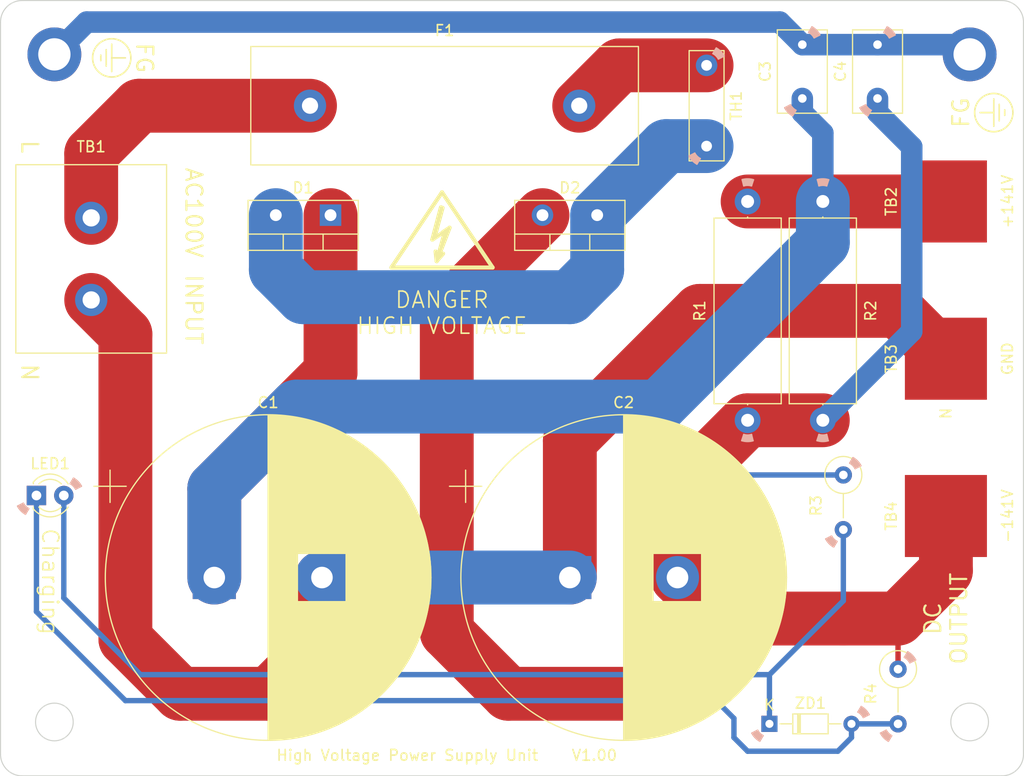
<source format=kicad_pcb>
(kicad_pcb (version 20211014) (generator pcbnew)
  (layers (0 "F.Cu" signal) (31 "B.Cu" signal) (34 "B.Paste" user) (35 "F.Paste" user) (36 "B.SilkS" user "B.Silkscreen") (37 "F.SilkS" user "F.Silkscreen") (38 "B.Mask" user) (39 "F.Mask" user) (44 "Edge.Cuts" user))
  (net 0 "")
  (net 1 "Net-(C1-Pad1)")
  (net 2 "Net-(C2-Pad2)")
  (net 3 "Net-(F1-Pad2)")
  (net 4 "GND")
  (net 5 "Net-(LED1-Pad1)")
  (net 6 "AC")
  (net 7 "Net-(D1-Pad2)")
  (net 8 "Net-(LED1-Pad2)")
  (net 9 "Earth")
  (footprint "Resistor_THT:R_Axial_DIN0309_L9.0mm_D3.2mm_P5.08mm_Vertical" (layer "F.Cu") (at 128.27 99.06 -90)
    (fp_text reference "R3" (at 2.85 2.54 -90) (layer "F.SilkS"))
    (fp_text value "1W 100k")
    (pad "1" thru_hole circle (at 0 0 270) (size 1.6 1.6) (drill 0.8) (layers *.Cu *.Mask) (net 1 "Net-(C1-Pad1)"))
    (pad "2" thru_hole oval (at 5.08 0 270) (size 1.6 1.6) (drill 0.8) (layers *.Cu *.Mask) (net 8 "Net-(LED1-Pad2)"))
  )
  (footprint "Symbol:Bending_Marker" (layer "F.Cu") (at 55.88 100.965)
    (fp_text reference "REF**" hide)
    (fp_text value "Bending-Marker" hide)
  )
  (footprint "Capacitor_THT:CP_Radial_D30.0mm_P10.00mm_SnapIn" (layer "F.Cu") (at 102.87 108.585)
    (fp_text reference "C2" (at 5 -16.25) (layer "F.SilkS"))
    (fp_text value "400V 470u")
    (pad "1" thru_hole rect (at 0 0) (size 4 4) (drill 2) (layers *.Cu *.Mask) (net 4 "GND"))
    (pad "2" thru_hole circle (at 10 0) (size 4 4) (drill 2) (layers *.Cu *.Mask) (net 2 "Net-(C2-Pad2)"))
  )
  (footprint "Fuse:F-200-N" (layer "F.Cu") (at 91.24 64.77)
    (fp_text reference "F1" (at 0 -6.985 unlocked) (layer "F.SilkS"))
    (fp_text value "1A")
    (pad "1" thru_hole circle (at -12.5 0) (size 3 3) (drill 1.5) (layers *.Cu *.Mask) (net 6 "AC"))
    (pad "2" thru_hole circle (at 12.5 0) (size 3 3) (drill 1.5) (layers *.Cu *.Mask) (net 3 "Net-(F1-Pad2)"))
  )
  (footprint "Symbol:Bending_Marker" (layer "F.Cu") (at 124.46 59.055)
    (fp_text reference "REF**" hide)
    (fp_text value "Bending-Marker" hide)
  )
  (footprint "Resistor_THT:R_Axial_DIN0617_L17.0mm_D6.0mm_P20.32mm_Horizontal" (layer "F.Cu") (at 119.38 73.66 -90)
    (fp_text reference "R1" (at 10.16 4.445 90) (layer "F.SilkS"))
    (fp_text value "3W 68k")
    (pad "1" thru_hole circle (at 0 0 270) (size 2.4 2.4) (drill 1.2) (layers *.Cu *.Mask) (net 1 "Net-(C1-Pad1)"))
    (pad "2" thru_hole oval (at 20.32 0 270) (size 2.4 2.4) (drill 1.2) (layers *.Cu *.Mask) (net 2 "Net-(C2-Pad2)"))
  )
  (footprint "" (layer "F.Cu") (at 140 60)
    (fp_text reference "" hide)
    (fp_text value "" hide)
    (pad "1" thru_hole circle (at 0 0) (size 5 5) (drill 3) (layers *.Cu *.Mask) (net 9 "Earth"))
  )
  (footprint "Symbol:Bending_Marker" (layer "F.Cu") (at 53.213 101.092 180)
    (fp_text reference "REF**" hide)
    (fp_text value "Bending-Marker" hide)
  )
  (footprint "Capacitor_THT:C_Rect_L10.0mm_W3.0mm_P7.50mm_MKS4" (layer "F.Cu") (at 115.57 61.02 -90)
    (fp_text reference "TH1" (at 3.75 -2.75 90) (layer "F.SilkS"))
    (fp_text value "Thermistor_NTC")
    (pad "1" thru_hole circle (at 0 0 270) (size 2 2) (drill 1) (layers *.Cu *.Mask) (net 3 "Net-(F1-Pad2)"))
    (pad "2" thru_hole circle (at 7.5 0 270) (size 2 2) (drill 1) (layers *.Cu *.Mask) (net 7 "Net-(D1-Pad2)"))
  )
  (footprint "Capacitor_THT:CP_Radial_D30.0mm_P10.00mm_SnapIn" (layer "F.Cu") (at 69.85 108.585)
    (fp_text reference "C1" (at 5 -16.25) (layer "F.SilkS"))
    (fp_text value "400V 470u")
    (pad "1" thru_hole rect (at 0 0) (size 4 4) (drill 2) (layers *.Cu *.Mask) (net 1 "Net-(C1-Pad1)"))
    (pad "2" thru_hole circle (at 10 0) (size 4 4) (drill 2) (layers *.Cu *.Mask) (net 4 "GND"))
  )
  (footprint "Package_TO_SOT_THT:TO-220-2_Vertical" (layer "F.Cu") (at 80.645 74.93 180)
    (fp_text reference "D1" (at 2.54 2.54) (layer "F.SilkS"))
    (fp_text value "D")
    (pad "1" thru_hole rect (at 0 0 180) (size 2 2) (drill 1.1) (layers *.Cu *.Mask) (net 1 "Net-(C1-Pad1)"))
    (pad "2" thru_hole oval (at 5.08 0 180) (size 2 2) (drill 1.1) (layers *.Cu *.Mask) (net 7 "Net-(D1-Pad2)"))
  )
  (footprint "Symbol:Bending_Marker" (layer "F.Cu") (at 131.445 59.055)
    (fp_text reference "REF**" hide)
    (fp_text value "Bending-Marker" hide)
  )
  (footprint "Symbol:Bending_Marker" (layer "F.Cu") (at 133.35 117.094)
    (fp_text reference "REF**" hide)
    (fp_text value "Bending-Marker" hide)
  )
  (footprint "LED_THT:LED_D3.0mm_Clear" (layer "F.Cu") (at 53.335 100.965)
    (fp_text reference "LED1" (at 1.27 -2.96) (layer "F.SilkS"))
    (fp_text value "LED")
    (pad "1" thru_hole rect (at 0 0) (size 1.8 1.8) (drill 0.9) (layers *.Cu *.Mask) (net 5 "Net-(LED1-Pad1)"))
    (pad "2" thru_hole circle (at 2.54 0) (size 1.8 1.8) (drill 0.9) (layers *.Cu *.Mask) (net 8 "Net-(LED1-Pad2)"))
  )
  (footprint "Symbol:Bending_Marker" (layer "F.Cu") (at 115.57 61.02)
    (fp_text reference "REF**" hide)
    (fp_text value "Bending-Marker" hide)
  )
  (footprint "Resistor_THT:R_Axial_DIN0617_L17.0mm_D6.0mm_P20.32mm_Horizontal" (layer "F.Cu") (at 126.365 73.66 -90)
    (fp_text reference "R2" (at 10.16 -4.445 90) (layer "F.SilkS"))
    (fp_text value "3W 68k")
    (pad "1" thru_hole circle (at 0 0 270) (size 2.4 2.4) (drill 1.2) (layers *.Cu *.Mask) (net 1 "Net-(C1-Pad1)"))
    (pad "2" thru_hole oval (at 20.32 0 270) (size 2.4 2.4) (drill 1.2) (layers *.Cu *.Mask) (net 2 "Net-(C2-Pad2)"))
  )
  (footprint "TerminalBlock:PV-3" (layer "F.Cu") (at 137.795 73.66)
    (fp_text reference "TB2" (at -5.08 0 90 unlocked) (layer "F.SilkS"))
    (fp_text value "PV-3")
    (pad "1" smd rect (at 0 0) (size 7.62 7.62) (layers "F.Cu" "F.Paste" "F.Mask") (net 1 "Net-(C1-Pad1)"))
  )
  (footprint "Symbol:Bending_Marker" (layer "F.Cu") (at 121.407 122.174 180)
    (fp_text reference "REF**" hide)
    (fp_text value "Bending-Marker" hide)
  )
  (footprint "Symbol:Symbol_HighVoltage_Silk" (layer "F.Cu") (at 91 77)
    (fp_text reference "" hide)
    (fp_text value "Symbol_HighVoltage_Silk")
  )
  (footprint "Resistor_THT:R_Axial_DIN0309_L9.0mm_D3.2mm_P5.08mm_Vertical" (layer "F.Cu") (at 133.35 117.094 -90)
    (fp_text reference "R4" (at 2.286 2.54 -90) (layer "F.SilkS"))
    (fp_text value "1W 100k")
    (pad "1" thru_hole circle (at 0 0 270) (size 1.6 1.6) (drill 0.8) (layers *.Cu *.Mask) (net 2 "Net-(C2-Pad2)"))
    (pad "2" thru_hole oval (at 5.08 0 270) (size 1.6 1.6) (drill 0.8) (layers *.Cu *.Mask) (net 5 "Net-(LED1-Pad1)"))
  )
  (footprint "Capacitor_THT:C_Disc_D7.5mm_W4.4mm_P5.00mm" (layer "F.Cu") (at 131.445 64.095 90)
    (fp_text reference "C4" (at 2.5 -3.45 90) (layer "F.SilkS"))
    (fp_text value "300V 0.1u")
    (pad "1" thru_hole circle (at 0 0 90) (size 1.6 1.6) (drill 0.8) (layers *.Cu *.Mask) (net 2 "Net-(C2-Pad2)"))
    (pad "2" thru_hole circle (at 5 0 90) (size 1.6 1.6) (drill 0.8) (layers *.Cu *.Mask) (net 9 "Earth"))
  )
  (footprint "Symbol:Bending_Marker" (layer "F.Cu") (at 119.38 73.406 45)
    (fp_text reference "REF**" hide)
    (fp_text value "Bending-Marker" hide)
  )
  (footprint "Symbol:Bending_Marker" (layer "F.Cu") (at 133.35 122.174 180)
    (fp_text reference "REF**" hide)
    (fp_text value "Bending-Marker" hide)
  )
  (footprint "Symbol:Bending_Marker" (layer "F.Cu") (at 131.445 64.095 180)
    (fp_text reference "REF**" hide)
    (fp_text value "Bending-Marker" hide)
  )
  (footprint "Symbol:Bending_Marker" (layer "F.Cu") (at 129.032 122.174)
    (fp_text reference "REF**" hide)
    (fp_text value "Bending-Marker" hide)
  )
  (footprint "Symbol:Bending_Marker" (layer "F.Cu") (at 126.365 73.406 45)
    (fp_text reference "REF**" hide)
    (fp_text value "Bending-Marker" hide)
  )
  (footprint "Symbol:Bending_Marker" (layer "F.Cu") (at 124.46 64.095 180)
    (fp_text reference "REF**" hide)
    (fp_text value "Bending-Marker" hide)
  )
  (footprint "Symbol:Bending_Marker" (layer "F.Cu") (at 128.27 104.14 180)
    (fp_text reference "REF**" hide)
    (fp_text value "Bending-Marker" hide)
  )
  (footprint "Symbol:Bending_Marker" (layer "F.Cu") (at 115.57 68.58 180)
    (fp_text reference "REF**" hide)
    (fp_text value "Bending-Marker" hide)
  )
  (footprint "Symbol:Bending_Marker" (layer "F.Cu") (at 126.365 94.107 -135)
    (fp_text reference "REF**" hide)
    (fp_text value "Bending-Marker" hide)
  )
  (footprint "TerminalBlock:PV-3" (layer "F.Cu") (at 137.795 102.87)
    (fp_text reference "TB4" (at -5.08 0 90 unlocked) (layer "F.SilkS"))
    (fp_text value "PV-3")
    (pad "1" smd rect (at 0 0) (size 7.62 7.62) (layers "F.Cu" "F.Paste" "F.Mask") (net 2 "Net-(C2-Pad2)"))
  )
  (footprint "Capacitor_THT:C_Disc_D7.5mm_W4.4mm_P5.00mm" (layer "F.Cu") (at 124.46 64.095 90)
    (fp_text reference "C3" (at 2.5 -3.45 90) (layer "F.SilkS"))
    (fp_text value "300V 0.1u")
    (pad "1" thru_hole circle (at 0 0 90) (size 1.6 1.6) (drill 0.8) (layers *.Cu *.Mask) (net 1 "Net-(C1-Pad1)"))
    (pad "2" thru_hole circle (at 5 0 90) (size 1.6 1.6) (drill 0.8) (layers *.Cu *.Mask) (net 9 "Earth"))
  )
  (footprint "TerminalBlock:PV-3" (layer "F.Cu") (at 137.795 88.265)
    (fp_text reference "TB3" (at -5.08 0 90 unlocked) (layer "F.SilkS"))
    (fp_text value "PV-3")
    (pad "1" smd rect (at 0 0) (size 7.62 7.62) (layers "F.Cu" "F.Paste" "F.Mask") (net 4 "GND"))
  )
  (footprint "Package_TO_SOT_THT:TO-220-2_Vertical" (layer "F.Cu") (at 105.41 74.93 180)
    (fp_text reference "D2" (at 2.54 2.54) (layer "F.SilkS"))
    (fp_text value "D")
    (pad "1" thru_hole rect (at 0 0 180) (size 2 2) (drill 1.1) (layers *.Cu *.Mask) (net 7 "Net-(D1-Pad2)"))
    (pad "2" thru_hole oval (at 5.08 0 180) (size 2 2) (drill 1.1) (layers *.Cu *.Mask) (net 2 "Net-(C2-Pad2)"))
  )
  (footprint "Symbol:Bending_Marker" (layer "F.Cu") (at 128.27 99.06)
    (fp_text reference "REF**" hide)
    (fp_text value "Bending-Marker" hide)
  )
  (footprint "" (layer "F.Cu") (at 55 60)
    (fp_text reference "" hide)
    (fp_text value "" hide)
    (pad "1" thru_hole circle (at 0 0) (size 5 5) (drill 3) (layers F&B.Cu *.Mask) (net 9 "Earth"))
  )
  (footprint "Diode_THT:D_DO-34_SOD68_P7.62mm_Horizontal" (layer "F.Cu") (at 121.407 122.174)
    (fp_text reference "ZD1" (at 3.81 -1.92) (layer "F.SilkS"))
    (fp_text value "D_Zener")
    (fp_text user "K" (at 0 -1.75) (layer "F.SilkS"))
    (pad "1" thru_hole rect (at 0 0) (size 1.5 1.5) (drill 0.75) (layers *.Cu *.Mask) (net 8 "Net-(LED1-Pad2)"))
    (pad "2" thru_hole oval (at 7.62 0) (size 1.5 1.5) (drill 0.75) (layers *.Cu *.Mask) (net 5 "Net-(LED1-Pad1)"))
  )
  (footprint "Symbol:Bending_Marker" (layer "F.Cu") (at 119.38 94.107 -135)
    (fp_text reference "REF**" hide)
    (fp_text value "Bending-Marker" hide)
  )
  (footprint "TerminalBlock:ML-250-S1BYF-2P" (layer "F.Cu") (at 58.42 78.994 -90)
    (fp_text reference "TB1" (at -10.414 0 unlocked) (layer "F.SilkS"))
    (fp_text value "ML-250-S1BYF-2P")
    (pad "1" thru_hole circle (at -3.81 0 270) (size 3 3) (drill 1.6) (layers *.Cu *.Mask) (net 6 "AC"))
    (pad "2" thru_hole circle (at 3.81 0 270) (size 3 3) (drill 1.6) (layers *.Cu *.Mask) (net 4 "GND"))
  )
  (gr_line (start 143.256 65.659) (end 143.256 65.151) (layer "F.SilkS") (width 0.15))
  (gr_circle (center 142.24 65.405) (end 142.24 63.627) (layer "F.SilkS") (width 0.15) (fill none))
  (gr_line (start 142.24 66.675) (end 142.24 64.135) (layer "F.SilkS") (width 0.15))
  (gr_line (start 142.24 65.405) (end 140.97 65.405) (layer "F.SilkS") (width 0.15))
  (gr_line (start 59.309 60.071) (end 59.309 60.579) (layer "F.SilkS") (width 0.15))
  (gr_line (start 59.817 59.563) (end 59.817 61.087) (layer "F.SilkS") (width 0.15))
  (gr_line (start 60.325 60.325) (end 61.595 60.325) (layer "F.SilkS") (width 0.15))
  (gr_line (start 60.325 59.055) (end 60.325 61.595) (layer "F.SilkS") (width 0.15))
  (gr_circle (center 60.325 60.325) (end 60.325 62.103) (layer "F.SilkS") (width 0.15) (fill none))
  (gr_line (start 142.748 66.167) (end 142.748 64.643) (layer "F.SilkS") (width 0.15))
  (gr_circle (center 55 122) (end 55 123.75) (layer "Edge.Cuts") (width 0.1) (fill none))
  (gr_line (start 145 57) (end 145 125) (layer "Edge.Cuts") (width 0.1))
  (gr_line (start 50 125) (end 50 57) (layer "Edge.Cuts") (width 0.1))
  (gr_line (start 52 55) (end 143 55) (layer "Edge.Cuts") (width 0.1))
  (gr_arc (start 143 55) (mid 144.414214 55.585786) (end 145 57) (layer "Edge.Cuts") (width 0.1))
  (gr_arc (start 52 127) (mid 50.585786 126.414214) (end 50 125) (layer "Edge.Cuts") (width 0.1))
  (gr_circle (center 140 122) (end 140 123.75) (layer "Edge.Cuts") (width 0.1) (fill none))
  (gr_arc (start 145 125) (mid 144.414214 126.414214) (end 143 127) (layer "Edge.Cuts") (width 0.1))
  (gr_arc (start 50 57) (mid 50.585786 55.585786) (end 52 55) (layer "Edge.Cuts") (width 0.1))
  (gr_line (start 143 127) (end 52 127) (layer "Edge.Cuts") (width 0.1))
  (gr_text "FG" (at 63.373 60.325 270) (layer "F.SilkS") (effects (font (size 1.5 1.5) (thickness 0.2))))
  (gr_text "AC100V　INPUT" (at 67.945 78.74 270) (layer "F.SilkS") (effects (font (size 1.5 1.5) (thickness 0.2))))
  (gr_text "GND" (at 143.51 88.265 90) (layer "F.SilkS") (effects (font (size 1 1))))
  (gr_text "Charging" (at 54.61 108.966 270) (layer "F.SilkS") (effects (font (size 1.5 1.5))))
  (gr_text "DANGER\nHIGH VOLTAGE" (at 91 84) (layer "F.SilkS") (effects (font (size 1.5 1.5))))
  (gr_text "L" (at 52.705 68.58 270) (layer "F.SilkS") (effects (font (size 1.5 1.5) (thickness 0.2))))
  (gr_text "High Voltage Power Supply Unit　　　V1.00" (at 91.44 125.095) (layer "F.SilkS") (effects (font (size 1 1))))
  (gr_text "-141V" (at 143.51 102.87 90) (layer "F.SilkS") (effects (font (size 1 1))))
  (gr_text "+141V" (at 143.51 73.66 90) (layer "F.SilkS") (effects (font (size 1 1))))
  (gr_text "N" (at 137.795 93.345 90) (layer "F.SilkS") (effects (font (size 1 1))))
  (gr_text "FG" (at 139.192 65.405 90) (layer "F.SilkS") (effects (font (size 1.5 1.5) (thickness 0.2))))
  (gr_text "N" (at 52.705 89.535 270) (layer "F.SilkS") (effects (font (size 1.5 1.5) (thickness 0.2))))
  (gr_text "DC\nOUTPUT" (at 137.795 112.395 90) (layer "F.SilkS") (effects (font (size 1.5 1.5) (thickness 0.2))))
  (segment (start 137.795 73.66) (end 119.38 73.66) (width 5) (layer "F.Cu") (net 1))
  (segment (start 80.645 89.535) (end 69.85 100.33) (width 5) (layer "F.Cu") (net 1))
  (segment (start 69.85 100.33) (end 69.85 108.585) (width 5) (layer "F.Cu") (net 1))
  (segment (start 80.645 74.93) (end 80.645 89.535) (width 5) (layer "F.Cu") (net 1))
  (segment (start 126.365 73.66) (end 126.365 77.47) (width 5) (layer "B.Cu") (net 1))
  (segment (start 126.365 77.47) (end 111.125 92.71) (width 5) (layer "B.Cu") (net 1))
  (segment (start 77.47 92.71) (end 111.125 92.71) (width 5) (layer "B.Cu") (net 1))
  (segment (start 126.365 67.31) (end 124.46 65.405) (width 2) (layer "B.Cu") (net 1))
  (segment (start 124.46 65.405) (end 124.46 64.095) (width 2) (layer "B.Cu") (net 1))
  (segment (start 69.85 100.33) (end 77.47 92.71) (width 5) (layer "B.Cu") (net 1))
  (segment (start 128.27 99.06) (end 117.475 99.06) (width 0.5) (layer "B.Cu") (net 1))
  (segment (start 117.475 99.06) (end 111.125 92.71) (width 0.5) (layer "B.Cu") (net 1))
  (segment (start 69.85 108.585) (end 69.85 100.33) (width 5) (layer "B.Cu") (net 1))
  (segment (start 126.365 73.66) (end 126.365 67.31) (width 2) (layer "B.Cu") (net 1))
  (segment (start 133.35 117.094) (end 133.35 112.395) (width 0.5) (layer "F.Cu") (net 2))
  (segment (start 116.68 112.395) (end 116.84 112.395) (width 5) (layer "F.Cu") (net 2))
  (segment (start 137.795 102.87) (end 137.795 107.95) (width 5) (layer "F.Cu") (net 2))
  (segment (start 112.87 100.49) (end 119.38 93.98) (width 5) (layer "F.Cu") (net 2))
  (segment (start 91.44 113.665) (end 91.44 83.82) (width 5) (layer "F.Cu") (net 2))
  (segment (start 133.35 112.395) (end 128.27 112.395) (width 5) (layer "F.Cu") (net 2))
  (segment (start 109.855 119.38) (end 97.155 119.38) (width 5) (layer "F.Cu") (net 2))
  (segment (start 126.365 93.98) (end 119.38 93.98) (width 5) (layer "F.Cu") (net 2))
  (segment (start 116.84 112.395) (end 109.855 119.38) (width 5) (layer "F.Cu") (net 2))
  (segment (start 112.87 108.585) (end 116.68 112.395) (width 5) (layer "F.Cu") (net 2))
  (segment (start 137.795 107.95) (end 133.35 112.395) (width 5) (layer "F.Cu") (net 2))
  (segment (start 112.87 108.585) (end 112.87 100.49) (width 5) (layer "F.Cu") (net 2))
  (segment (start 91.44 83.82) (end 100.33 74.93) (width 5) (layer "F.Cu") (net 2))
  (segment (start 116.84 112.395) (end 128.27 112.395) (width 5) (layer "F.Cu") (net 2))
  (segment (start 97.155 119.38) (end 91.44 113.665) (width 5) (layer "F.Cu") (net 2))
  (segment (start 131.445 65.405) (end 131.445 64.095) (width 2) (layer "B.Cu") (net 2))
  (segment (start 134.62 68.58) (end 134.62 85.725) (width 2) (layer "B.Cu") (net 2))
  (segment (start 131.445 65.405) (end 134.62 68.58) (width 2) (layer "B.Cu") (net 2))
  (segment (start 134.62 85.725) (end 126.365 93.98) (width 2) (layer "B.Cu") (net 2))
  (segment (start 107.49 61.02) (end 103.74 64.77) (width 5) (layer "F.Cu") (net 3))
  (segment (start 115.57 61.02) (end 107.49 61.02) (width 5) (layer "F.Cu") (net 3))
  (segment (start 114.935 83.82) (end 102.87 95.885) (width 5) (layer "F.Cu") (net 4))
  (segment (start 61.595 114.3) (end 61.595 85.979) (width 5) (layer "F.Cu") (net 4))
  (segment (start 61.595 85.979) (end 58.42 82.804) (width 5) (layer "F.Cu") (net 4))
  (segment (start 74.93 119.38) (end 66.675 119.38) (width 5) (layer "F.Cu") (net 4))
  (segment (start 102.87 95.885) (end 102.87 108.585) (width 5) (layer "F.Cu") (net 4))
  (segment (start 133.35 83.82) (end 114.935 83.82) (width 5) (layer "F.Cu") (net 4))
  (segment (start 137.795 88.265) (end 133.35 83.82) (width 5) (layer "F.Cu") (net 4))
  (segment (start 79.85 114.46) (end 74.93 119.38) (width 5) (layer "F.Cu") (net 4))
  (segment (start 66.675 119.38) (end 61.595 114.3) (width 5) (layer "F.Cu") (net 4))
  (segment (start 79.85 108.585) (end 79.85 114.46) (width 5) (layer "F.Cu") (net 4))
  (segment (start 79.85 108.585) (end 102.87 108.585) (width 5) (layer "B.Cu") (net 4))
  (segment (start 61.595 120.015) (end 116.459 120.015) (width 0.5) (layer "B.Cu") (net 5))
  (segment (start 53.335 111.755) (end 61.595 120.015) (width 0.5) (layer "B.Cu") (net 5))
  (segment (start 53.335 100.965) (end 53.335 111.755) (width 0.5) (layer "B.Cu") (net 5))
  (segment (start 129.027 123.449) (end 129.027 122.174) (width 0.5) (layer "B.Cu") (net 5))
  (segment (start 119.38 124.714) (end 127.762 124.714) (width 0.5) (layer "B.Cu") (net 5))
  (segment (start 129.027 122.174) (end 133.35 122.174) (width 0.5) (layer "B.Cu") (net 5))
  (segment (start 127.762 124.714) (end 129.027 123.449) (width 0.5) (layer "B.Cu") (net 5))
  (segment (start 116.459 120.015) (end 118.11 121.666) (width 0.5) (layer "B.Cu") (net 5))
  (segment (start 118.11 121.666) (end 118.11 123.444) (width 0.5) (layer "B.Cu") (net 5))
  (segment (start 118.11 123.444) (end 119.38 124.714) (width 0.5) (layer "B.Cu") (net 5))
  (segment (start 78.74 64.77) (end 62.865 64.77) (width 5) (layer "F.Cu") (net 6))
  (segment (start 62.865 64.77) (end 58.42 69.215) (width 5) (layer "F.Cu") (net 6))
  (segment (start 58.42 69.215) (end 58.42 75.184) (width 5) (layer "F.Cu") (net 6))
  (segment (start 111.82 68.52) (end 115.57 68.52) (width 5) (layer "B.Cu") (net 7))
  (segment (start 105.41 74.93) (end 111.82 68.52) (width 5) (layer "B.Cu") (net 7))
  (segment (start 78.105 82.55) (end 102.87 82.55) (width 5) (layer "B.Cu") (net 7))
  (segment (start 78.105 82.55) (end 75.565 80.01) (width 5) (layer "B.Cu") (net 7))
  (segment (start 102.87 82.55) (end 105.41 80.01) (width 5) (layer "B.Cu") (net 7))
  (segment (start 75.565 80.01) (end 75.565 74.93) (width 5) (layer "B.Cu") (net 7))
  (segment (start 105.41 80.01) (end 105.41 74.93) (width 5) (layer "B.Cu") (net 7))
  (segment (start 55.875 110.485) (end 62.992 117.602) (width 0.5) (layer "B.Cu") (net 8))
  (segment (start 121.407 117.607) (end 121.412 117.602) (width 0.5) (layer "B.Cu") (net 8))
  (segment (start 128.27 110.744) (end 128.27 104.14) (width 0.5) (layer "B.Cu") (net 8))
  (segment (start 62.992 117.602) (end 121.412 117.602) (width 0.5) (layer "B.Cu") (net 8))
  (segment (start 121.412 117.602) (end 128.27 110.744) (width 0.5) (layer "B.Cu") (net 8))
  (segment (start 121.407 122.174) (end 121.407 117.607) (width 0.5) (layer "B.Cu") (net 8))
  (segment (start 55.875 100.965) (end 55.875 110.485) (width 0.5) (layer "B.Cu") (net 8))
  (segment (start 139.095 59.095) (end 140 60) (width 2) (layer "B.Cu") (net 9))
  (segment (start 58 57) (end 55 60) (width 2) (layer "B.Cu") (net 9))
  (segment (start 124.46 59.095) (end 122.365 57) (width 2) (layer "B.Cu") (net 9))
  (segment (start 131.445 59.095) (end 139.095 59.095) (width 2) (layer "B.Cu") (net 9))
  (segment (start 122.365 57) (end 58 57) (width 2) (layer "B.Cu") (net 9))
  (segment (start 124.46 59.095) (end 131.445 59.095) (width 2) (layer "B.Cu") (net 9))
)
</source>
